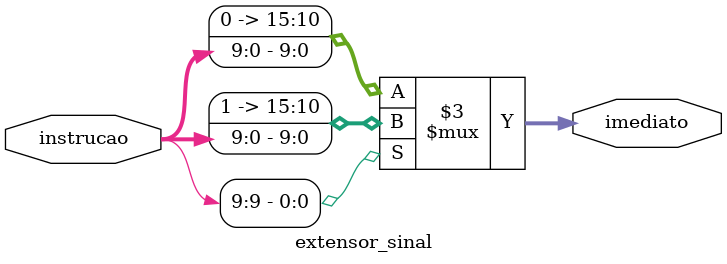
<source format=v>
module extensor_sinal (
    input [15:0] instrucao,
    output reg [15:0] imediato
);

    always @(*) begin
        if (instrucao[9])
            imediato = {6'b111111, instrucao[9:0]};
        else
            imediato = {6'b000000, instrucao[9:0]};
    end

endmodule
</source>
